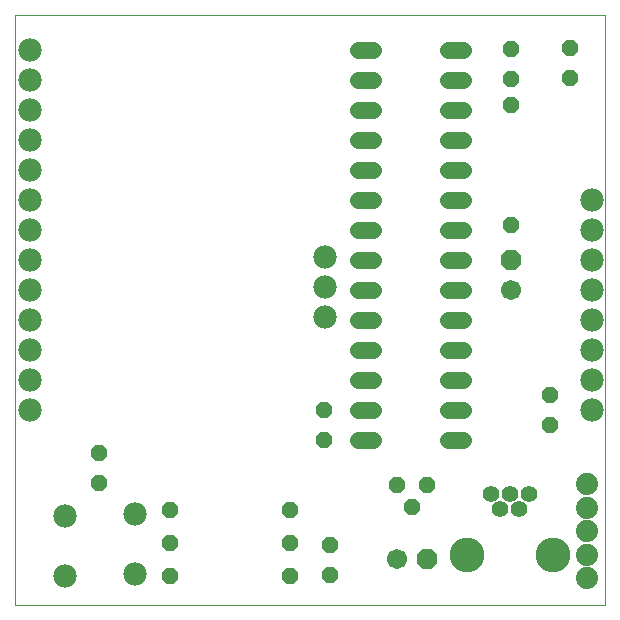
<source format=gts>
G75*
%MOIN*%
%OFA0B0*%
%FSLAX25Y25*%
%IPPOS*%
%LPD*%
%AMOC8*
5,1,8,0,0,1.08239X$1,22.5*
%
%ADD10C,0.00000*%
%ADD11OC8,0.05600*%
%ADD12OC8,0.06700*%
%ADD13C,0.06700*%
%ADD14C,0.07800*%
%ADD15C,0.05600*%
%ADD16C,0.07400*%
%ADD17C,0.05550*%
%ADD18C,0.11620*%
D10*
X0011643Y0011643D02*
X0011643Y0208493D01*
X0208493Y0208493D01*
X0208493Y0011643D01*
X0011643Y0011643D01*
D11*
X0039831Y0052509D03*
X0039831Y0062509D03*
X0063493Y0043335D03*
X0063493Y0032312D03*
X0063493Y0021485D03*
X0103493Y0021485D03*
X0103493Y0032312D03*
X0103493Y0043335D03*
X0116721Y0031564D03*
X0116721Y0021564D03*
X0143887Y0044379D03*
X0148887Y0051879D03*
X0138887Y0051879D03*
X0114556Y0066839D03*
X0114556Y0076839D03*
X0177194Y0138493D03*
X0177194Y0178493D03*
X0176957Y0186918D03*
X0176957Y0196918D03*
X0196761Y0197351D03*
X0196761Y0187351D03*
X0189950Y0081761D03*
X0189950Y0071761D03*
D12*
X0149083Y0027076D03*
X0177194Y0126564D03*
D13*
X0177194Y0116564D03*
X0139083Y0027076D03*
D14*
X0204143Y0076643D03*
X0204143Y0086643D03*
X0204143Y0096643D03*
X0204143Y0106643D03*
X0204143Y0116643D03*
X0204143Y0126643D03*
X0204143Y0136643D03*
X0204143Y0146643D03*
X0114910Y0127627D03*
X0114910Y0117627D03*
X0114910Y0107627D03*
X0051643Y0041997D03*
X0051643Y0021997D03*
X0028257Y0021367D03*
X0028257Y0041367D03*
X0016643Y0076643D03*
X0016643Y0086643D03*
X0016643Y0096643D03*
X0016643Y0106643D03*
X0016643Y0116643D03*
X0016643Y0126643D03*
X0016643Y0136643D03*
X0016643Y0146643D03*
X0016564Y0156682D03*
X0016564Y0166682D03*
X0016564Y0176682D03*
X0016564Y0186682D03*
X0016564Y0196682D03*
D15*
X0125932Y0196721D02*
X0131132Y0196721D01*
X0131132Y0186721D02*
X0125932Y0186721D01*
X0125932Y0176721D02*
X0131132Y0176721D01*
X0131132Y0166721D02*
X0125932Y0166721D01*
X0125932Y0156721D02*
X0131132Y0156721D01*
X0131132Y0146721D02*
X0125932Y0146721D01*
X0125932Y0136721D02*
X0131132Y0136721D01*
X0131132Y0126721D02*
X0125932Y0126721D01*
X0125932Y0116721D02*
X0131132Y0116721D01*
X0131132Y0106721D02*
X0125932Y0106721D01*
X0125932Y0096721D02*
X0131132Y0096721D01*
X0131132Y0086721D02*
X0125932Y0086721D01*
X0125932Y0076721D02*
X0131132Y0076721D01*
X0131132Y0066721D02*
X0125932Y0066721D01*
X0155932Y0066721D02*
X0161132Y0066721D01*
X0161132Y0076721D02*
X0155932Y0076721D01*
X0155932Y0086721D02*
X0161132Y0086721D01*
X0161132Y0096721D02*
X0155932Y0096721D01*
X0155932Y0106721D02*
X0161132Y0106721D01*
X0161132Y0116721D02*
X0155932Y0116721D01*
X0155932Y0126721D02*
X0161132Y0126721D01*
X0161132Y0136721D02*
X0155932Y0136721D01*
X0155932Y0146721D02*
X0161132Y0146721D01*
X0161132Y0156721D02*
X0155932Y0156721D01*
X0155932Y0166721D02*
X0161132Y0166721D01*
X0161132Y0176721D02*
X0155932Y0176721D01*
X0155932Y0186721D02*
X0161132Y0186721D01*
X0161132Y0196721D02*
X0155932Y0196721D01*
D16*
X0202430Y0051957D03*
X0202430Y0044123D03*
X0202430Y0036288D03*
X0202430Y0028454D03*
X0202430Y0020619D03*
D17*
X0179792Y0043847D03*
X0176643Y0048572D03*
X0173493Y0043847D03*
X0170343Y0048572D03*
X0182942Y0048572D03*
D18*
X0191013Y0028493D03*
X0162272Y0028493D03*
M02*

</source>
